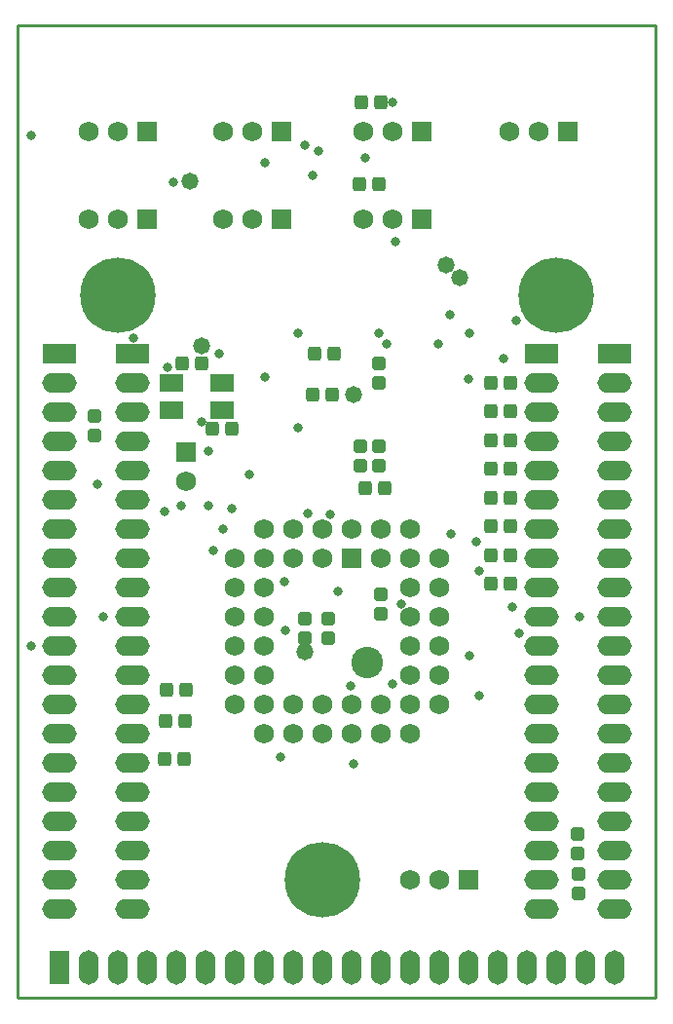
<source format=gbs>
G04 Layer_Color=16711935*
%FSLAX25Y25*%
%MOIN*%
G70*
G01*
G75*
%ADD15C,0.01000*%
%ADD41R,0.06902X0.06902*%
%ADD42C,0.06902*%
%ADD43R,0.06902X0.06902*%
%ADD44C,0.06800*%
%ADD45R,0.06800X0.06800*%
%ADD46O,0.11800X0.06800*%
%ADD47R,0.11800X0.06800*%
%ADD48C,0.25800*%
%ADD49O,0.06800X0.11800*%
%ADD50R,0.06800X0.11800*%
%ADD51C,0.03200*%
%ADD52C,0.05800*%
%ADD53C,0.10800*%
G04:AMPARAMS|DCode=54|XSize=47.37mil|YSize=43.43mil|CornerRadius=8.43mil|HoleSize=0mil|Usage=FLASHONLY|Rotation=0.000|XOffset=0mil|YOffset=0mil|HoleType=Round|Shape=RoundedRectangle|*
%AMROUNDEDRECTD54*
21,1,0.04737,0.02657,0,0,0.0*
21,1,0.03051,0.04343,0,0,0.0*
1,1,0.01686,0.01526,-0.01329*
1,1,0.01686,-0.01526,-0.01329*
1,1,0.01686,-0.01526,0.01329*
1,1,0.01686,0.01526,0.01329*
%
%ADD54ROUNDEDRECTD54*%
G04:AMPARAMS|DCode=55|XSize=47.37mil|YSize=43.43mil|CornerRadius=8.43mil|HoleSize=0mil|Usage=FLASHONLY|Rotation=270.000|XOffset=0mil|YOffset=0mil|HoleType=Round|Shape=RoundedRectangle|*
%AMROUNDEDRECTD55*
21,1,0.04737,0.02657,0,0,270.0*
21,1,0.03051,0.04343,0,0,270.0*
1,1,0.01686,-0.01329,-0.01526*
1,1,0.01686,-0.01329,0.01526*
1,1,0.01686,0.01329,0.01526*
1,1,0.01686,0.01329,-0.01526*
%
%ADD55ROUNDEDRECTD55*%
%ADD56R,0.07887X0.06312*%
D15*
X275591Y482283D02*
X277559D01*
X275591Y149606D02*
Y482283D01*
Y149606D02*
X494094D01*
Y482283D01*
X277559D02*
X494094D01*
D41*
X333300Y336300D02*
D03*
D42*
Y326300D02*
D03*
X410000Y190000D02*
D03*
X420000D02*
D03*
X394000Y416000D02*
D03*
X404000D02*
D03*
X300000D02*
D03*
X310000D02*
D03*
X346000D02*
D03*
X356000D02*
D03*
X300000Y446000D02*
D03*
X310000D02*
D03*
X346000D02*
D03*
X356000D02*
D03*
X404000D02*
D03*
X394000D02*
D03*
X454000D02*
D03*
X444000D02*
D03*
D43*
X430000Y190000D02*
D03*
X414000Y416000D02*
D03*
X320000D02*
D03*
X366000D02*
D03*
X320000Y446000D02*
D03*
X366000D02*
D03*
X414000D02*
D03*
X464000D02*
D03*
D44*
X410000Y250000D02*
D03*
X420000D02*
D03*
Y260000D02*
D03*
Y270000D02*
D03*
Y280000D02*
D03*
Y290000D02*
D03*
Y300000D02*
D03*
X360000D02*
D03*
X410000Y240000D02*
D03*
Y260000D02*
D03*
Y270000D02*
D03*
Y280000D02*
D03*
Y290000D02*
D03*
X350000Y300000D02*
D03*
X400000Y240000D02*
D03*
Y250000D02*
D03*
Y300000D02*
D03*
X360000Y310000D02*
D03*
X390000Y240000D02*
D03*
Y250000D02*
D03*
Y310000D02*
D03*
X400000D02*
D03*
X380000Y240000D02*
D03*
Y250000D02*
D03*
X410000Y300000D02*
D03*
X370000Y310000D02*
D03*
Y240000D02*
D03*
Y250000D02*
D03*
Y300000D02*
D03*
X380000D02*
D03*
X360000Y240000D02*
D03*
Y260000D02*
D03*
Y270000D02*
D03*
Y280000D02*
D03*
Y290000D02*
D03*
X380000Y310000D02*
D03*
X360000Y250000D02*
D03*
X350000D02*
D03*
Y260000D02*
D03*
Y270000D02*
D03*
Y280000D02*
D03*
Y290000D02*
D03*
X410000Y310000D02*
D03*
D45*
X390000Y300000D02*
D03*
D46*
X315000Y180000D02*
D03*
Y190000D02*
D03*
Y200000D02*
D03*
Y210000D02*
D03*
Y220000D02*
D03*
Y230000D02*
D03*
Y240000D02*
D03*
Y250000D02*
D03*
Y260000D02*
D03*
Y270000D02*
D03*
Y280000D02*
D03*
Y290000D02*
D03*
Y300000D02*
D03*
Y310000D02*
D03*
Y320000D02*
D03*
Y330000D02*
D03*
Y340000D02*
D03*
Y350000D02*
D03*
Y360000D02*
D03*
X455000Y180000D02*
D03*
Y190000D02*
D03*
Y200000D02*
D03*
Y210000D02*
D03*
Y220000D02*
D03*
Y230000D02*
D03*
Y240000D02*
D03*
Y250000D02*
D03*
Y260000D02*
D03*
Y270000D02*
D03*
Y280000D02*
D03*
Y290000D02*
D03*
Y300000D02*
D03*
Y310000D02*
D03*
Y320000D02*
D03*
Y330000D02*
D03*
Y340000D02*
D03*
Y350000D02*
D03*
Y360000D02*
D03*
X480000Y180000D02*
D03*
Y190000D02*
D03*
Y200000D02*
D03*
Y210000D02*
D03*
Y220000D02*
D03*
Y230000D02*
D03*
Y240000D02*
D03*
Y250000D02*
D03*
Y260000D02*
D03*
Y270000D02*
D03*
Y280000D02*
D03*
Y290000D02*
D03*
Y300000D02*
D03*
Y310000D02*
D03*
Y320000D02*
D03*
Y330000D02*
D03*
Y340000D02*
D03*
Y350000D02*
D03*
Y360000D02*
D03*
X290000Y180000D02*
D03*
Y190000D02*
D03*
Y200000D02*
D03*
Y210000D02*
D03*
Y220000D02*
D03*
Y230000D02*
D03*
Y240000D02*
D03*
Y250000D02*
D03*
Y260000D02*
D03*
Y270000D02*
D03*
Y280000D02*
D03*
Y290000D02*
D03*
Y300000D02*
D03*
Y310000D02*
D03*
Y320000D02*
D03*
Y330000D02*
D03*
Y340000D02*
D03*
Y350000D02*
D03*
Y360000D02*
D03*
D47*
X315000Y370000D02*
D03*
X455000D02*
D03*
X480000D02*
D03*
X290000D02*
D03*
D48*
X460000Y390000D02*
D03*
X310000D02*
D03*
X380000Y190000D02*
D03*
D49*
X480000Y160000D02*
D03*
X470000D02*
D03*
X460000D02*
D03*
X450000D02*
D03*
X440000D02*
D03*
X430000D02*
D03*
X420000D02*
D03*
X410000D02*
D03*
X400000D02*
D03*
X390000D02*
D03*
X380000D02*
D03*
X370000D02*
D03*
X360000D02*
D03*
X350000D02*
D03*
X340000D02*
D03*
X330000D02*
D03*
X320000D02*
D03*
X310000D02*
D03*
X300000D02*
D03*
D50*
X290000D02*
D03*
D51*
X403937Y257087D02*
D03*
X367323Y275590D02*
D03*
X342520Y302756D02*
D03*
X366929Y292126D02*
D03*
X374803Y315354D02*
D03*
X338600Y346800D02*
D03*
X390551Y229921D02*
D03*
X389764Y256299D02*
D03*
X371653Y344881D02*
D03*
X444882Y283465D02*
D03*
X344488Y370079D02*
D03*
X360236Y362205D02*
D03*
X433500Y253100D02*
D03*
Y295600D02*
D03*
X423850Y308400D02*
D03*
X303100Y325500D02*
D03*
X346100Y310000D02*
D03*
X340800Y336800D02*
D03*
Y318000D02*
D03*
X331643D02*
D03*
X406900Y284300D02*
D03*
X430200Y377200D02*
D03*
X399400D02*
D03*
X280300Y270000D02*
D03*
Y444600D02*
D03*
X373900Y441500D02*
D03*
X385200Y288650D02*
D03*
X430300Y266600D02*
D03*
X382600Y315000D02*
D03*
X365500Y232000D02*
D03*
X446200Y381500D02*
D03*
X326000Y316100D02*
D03*
X348800Y317100D02*
D03*
X371700Y377200D02*
D03*
X401900Y373400D02*
D03*
X419700D02*
D03*
X447200Y274500D02*
D03*
X432495Y305800D02*
D03*
X328950Y428600D02*
D03*
X360250Y435300D02*
D03*
X376500Y431000D02*
D03*
X423450Y383300D02*
D03*
X378673Y439573D02*
D03*
X405100Y408400D02*
D03*
X430100Y361568D02*
D03*
X354800Y328600D02*
D03*
X394450Y436950D02*
D03*
X326900Y365300D02*
D03*
X441900Y368268D02*
D03*
X404000Y456000D02*
D03*
X467800Y280000D02*
D03*
X315300Y375300D02*
D03*
X304800Y280000D02*
D03*
D52*
X338646Y372835D02*
D03*
X334700Y429250D02*
D03*
X374000Y268000D02*
D03*
X426825Y395975D02*
D03*
X390550Y356000D02*
D03*
X422400Y400400D02*
D03*
D53*
X395276Y264567D02*
D03*
D54*
X399213Y360039D02*
D03*
Y366732D02*
D03*
X467400Y198954D02*
D03*
Y205646D02*
D03*
X467600Y185454D02*
D03*
Y192146D02*
D03*
X393000Y331854D02*
D03*
Y338546D02*
D03*
X399400Y331754D02*
D03*
Y338446D02*
D03*
X399800Y280954D02*
D03*
Y287646D02*
D03*
X374000Y272654D02*
D03*
Y279346D02*
D03*
X382000D02*
D03*
Y272654D02*
D03*
X302000Y342000D02*
D03*
Y348693D02*
D03*
D55*
X326254Y244400D02*
D03*
X332946D02*
D03*
X332746Y231300D02*
D03*
X326054D02*
D03*
X326454Y255200D02*
D03*
X333146D02*
D03*
X401346Y324000D02*
D03*
X394654D02*
D03*
X383346Y356000D02*
D03*
X376654D02*
D03*
X384000Y370000D02*
D03*
X377307D02*
D03*
X399346Y428000D02*
D03*
X392654D02*
D03*
X393307Y456000D02*
D03*
X400000D02*
D03*
X444291Y301181D02*
D03*
X437598D02*
D03*
X444291Y291339D02*
D03*
X437598D02*
D03*
X444291Y340551D02*
D03*
X437598D02*
D03*
X444291Y330709D02*
D03*
X437598D02*
D03*
X444291Y320866D02*
D03*
X437598D02*
D03*
X444291Y360236D02*
D03*
X437598D02*
D03*
X444291Y350394D02*
D03*
X437598D02*
D03*
X444291Y311024D02*
D03*
X437598D02*
D03*
X342154Y344500D02*
D03*
X348846D02*
D03*
X331954Y366900D02*
D03*
X338646D02*
D03*
D56*
X328239Y350676D02*
D03*
X345561D02*
D03*
Y360124D02*
D03*
X328239D02*
D03*
M02*

</source>
